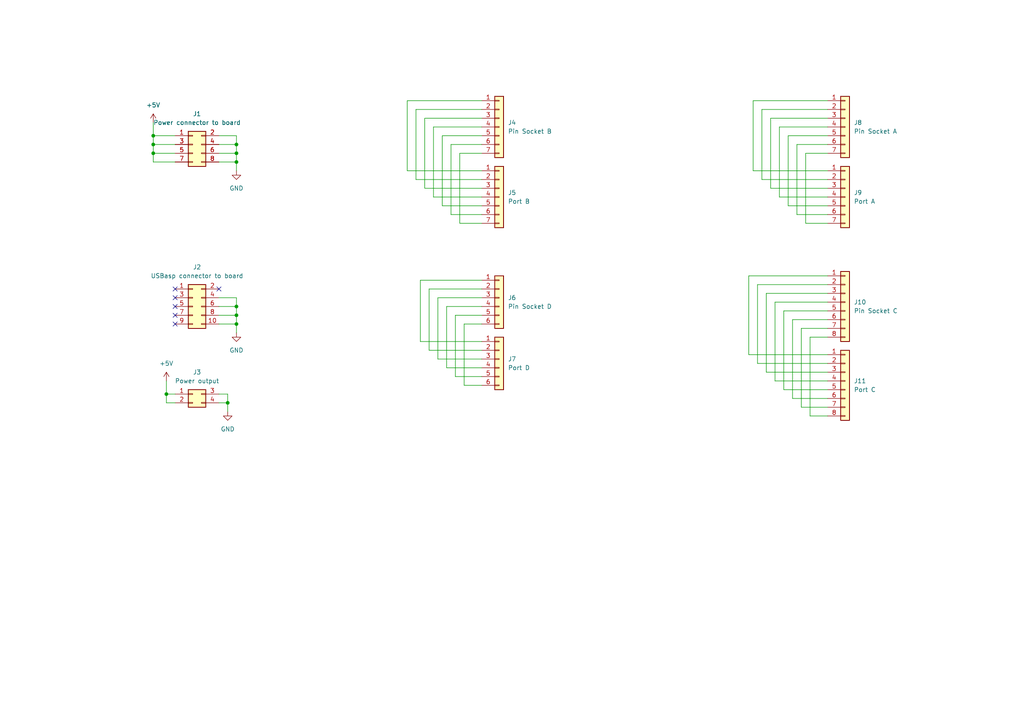
<source format=kicad_sch>
(kicad_sch (version 20230121) (generator eeschema)
  (paper "A4")
  (title_block (title "Empty Boomerang Shield Template") (date "2024-05-05") (rev "v0.1"))
  (lib_symbols
    (symbol "Connector_Generic:Conn_01x06" (pin_names (offset 1.016) hide)
      (property "Reference" "J" (at 0 7.62 0))
      (property "Value" "Conn_01x06" (at 0 -10.16 0))
      (symbol "Conn_01x06_1_1"
        (rectangle (start -1.27 -7.493) (end 0 -7.747) (stroke (width 0.1524)))
        (rectangle (start -1.27 -4.953) (end 0 -5.207) (stroke (width 0.1524)))
        (rectangle (start -1.27 -2.413) (end 0 -2.667) (stroke (width 0.1524)))
        (rectangle (start -1.27 0.127) (end 0 -0.127) (stroke (width 0.1524)))
        (rectangle (start -1.27 2.667) (end 0 2.413) (stroke (width 0.1524)))
        (rectangle (start -1.27 5.207) (end 0 4.953) (stroke (width 0.1524)))
        (rectangle (start -1.27 6.35) (end 1.27 -8.89) (stroke (width 0.254)) (fill (type background)))
        (pin passive line (at -5.08 5.08 0) (length 3.81) (name "Pin_1") (number "1"))
        (pin passive line (at -5.08 2.54 0) (length 3.81) (name "Pin_2") (number "2"))
        (pin passive line (at -5.08 0 0) (length 3.81) (name "Pin_3") (number "3"))
        (pin passive line (at -5.08 -2.54 0) (length 3.81) (name "Pin_4") (number "4"))
        (pin passive line (at -5.08 -5.08 0) (length 3.81) (name "Pin_5") (number "5"))
        (pin passive line (at -5.08 -7.62 0) (length 3.81) (name "Pin_6") (number "6"))
      )
    )
    (symbol "Connector_Generic:Conn_01x07" (pin_names (offset 1.016) hide)
      (property "Reference" "J" (at 0 10.16 0))
      (property "Value" "Conn_01x07" (at 0 -10.16 0))
      (symbol "Conn_01x07_1_1"
        (rectangle (start -1.27 -7.493) (end 0 -7.747) (stroke (width 0.1524)))
        (rectangle (start -1.27 -4.953) (end 0 -5.207) (stroke (width 0.1524)))
        (rectangle (start -1.27 -2.413) (end 0 -2.667) (stroke (width 0.1524)))
        (rectangle (start -1.27 0.127) (end 0 -0.127) (stroke (width 0.1524)))
        (rectangle (start -1.27 2.667) (end 0 2.413) (stroke (width 0.1524)))
        (rectangle (start -1.27 5.207) (end 0 4.953) (stroke (width 0.1524)))
        (rectangle (start -1.27 7.747) (end 0 7.493) (stroke (width 0.1524)))
        (rectangle (start -1.27 8.89) (end 1.27 -8.89) (stroke (width 0.254)) (fill (type background)))
        (pin passive line (at -5.08 7.62 0) (length 3.81) (name "Pin_1") (number "1"))
        (pin passive line (at -5.08 5.08 0) (length 3.81) (name "Pin_2") (number "2"))
        (pin passive line (at -5.08 2.54 0) (length 3.81) (name "Pin_3") (number "3"))
        (pin passive line (at -5.08 0 0) (length 3.81) (name "Pin_4") (number "4"))
        (pin passive line (at -5.08 -2.54 0) (length 3.81) (name "Pin_5") (number "5"))
        (pin passive line (at -5.08 -5.08 0) (length 3.81) (name "Pin_6") (number "6"))
        (pin passive line (at -5.08 -7.62 0) (length 3.81) (name "Pin_7") (number "7"))
      )
    )
    (symbol "Connector_Generic:Conn_01x08" (pin_names (offset 1.016) hide)
      (property "Reference" "J" (at 0 10.16 0))
      (property "Value" "Conn_01x08" (at 0 -12.7 0))
      (symbol "Conn_01x08_1_1"
        (rectangle (start -1.27 -10.033) (end 0 -10.287) (stroke (width 0.1524)))
        (rectangle (start -1.27 -7.493) (end 0 -7.747) (stroke (width 0.1524)))
        (rectangle (start -1.27 -4.953) (end 0 -5.207) (stroke (width 0.1524)))
        (rectangle (start -1.27 -2.413) (end 0 -2.667) (stroke (width 0.1524)))
        (rectangle (start -1.27 0.127) (end 0 -0.127) (stroke (width 0.1524)))
        (rectangle (start -1.27 2.667) (end 0 2.413) (stroke (width 0.1524)))
        (rectangle (start -1.27 5.207) (end 0 4.953) (stroke (width 0.1524)))
        (rectangle (start -1.27 7.747) (end 0 7.493) (stroke (width 0.1524)))
        (rectangle (start -1.27 8.89) (end 1.27 -11.43) (stroke (width 0.254)) (fill (type background)))
        (pin passive line (at -5.08 7.62 0) (length 3.81) (name "Pin_1") (number "1"))
        (pin passive line (at -5.08 5.08 0) (length 3.81) (name "Pin_2") (number "2"))
        (pin passive line (at -5.08 2.54 0) (length 3.81) (name "Pin_3") (number "3"))
        (pin passive line (at -5.08 0 0) (length 3.81) (name "Pin_4") (number "4"))
        (pin passive line (at -5.08 -2.54 0) (length 3.81) (name "Pin_5") (number "5"))
        (pin passive line (at -5.08 -5.08 0) (length 3.81) (name "Pin_6") (number "6"))
        (pin passive line (at -5.08 -7.62 0) (length 3.81) (name "Pin_7") (number "7"))
        (pin passive line (at -5.08 -10.16 0) (length 3.81) (name "Pin_8") (number "8"))
      )
    )
    (symbol "Connector_Generic:Conn_02x02_Top_Bottom" (pin_names (offset 1.016) hide)
      (property "Reference" "J" (at 1.27 2.54 0))
      (property "Value" "Conn_02x02_Top_Bottom" (at 1.27 -5.08 0))
      (symbol "Conn_02x02_Top_Bottom_1_1"
        (rectangle (start -1.27 -2.413) (end 0 -2.667) (stroke (width 0.1524)))
        (rectangle (start -1.27 0.127) (end 0 -0.127) (stroke (width 0.1524)))
        (rectangle (start -1.27 1.27) (end 3.81 -3.81) (stroke (width 0.254)) (fill (type background)))
        (rectangle (start 3.81 -2.413) (end 2.54 -2.667) (stroke (width 0.1524)))
        (rectangle (start 3.81 0.127) (end 2.54 -0.127) (stroke (width 0.1524)))
        (pin passive line (at -5.08 0 0) (length 3.81) (name "Pin_1") (number "1"))
        (pin passive line (at -5.08 -2.54 0) (length 3.81) (name "Pin_2") (number "2"))
        (pin passive line (at 7.62 0 180) (length 3.81) (name "Pin_3") (number "3"))
        (pin passive line (at 7.62 -2.54 180) (length 3.81) (name "Pin_4") (number "4"))
      )
    )
    (symbol "Connector_Generic:Conn_02x04_Odd_Even" (pin_names (offset 1.016) hide)
      (property "Reference" "J" (at 1.27 5.08 0))
      (property "Value" "Conn_02x04_Odd_Even" (at 1.27 -7.62 0))
      (symbol "Conn_02x04_Odd_Even_1_1"
        (rectangle (start -1.27 -4.953) (end 0 -5.207) (stroke (width 0.1524)))
        (rectangle (start -1.27 -2.413) (end 0 -2.667) (stroke (width 0.1524)))
        (rectangle (start -1.27 0.127) (end 0 -0.127) (stroke (width 0.1524)))
        (rectangle (start -1.27 2.667) (end 0 2.413) (stroke (width 0.1524)))
        (rectangle (start -1.27 3.81) (end 3.81 -6.35) (stroke (width 0.254)) (fill (type background)))
        (rectangle (start 3.81 -4.953) (end 2.54 -5.207) (stroke (width 0.1524)))
        (rectangle (start 3.81 -2.413) (end 2.54 -2.667) (stroke (width 0.1524)))
        (rectangle (start 3.81 0.127) (end 2.54 -0.127) (stroke (width 0.1524)))
        (rectangle (start 3.81 2.667) (end 2.54 2.413) (stroke (width 0.1524)))
        (pin passive line (at -5.08 2.54 0) (length 3.81) (name "Pin_1") (number "1"))
        (pin passive line (at 7.62 2.54 180) (length 3.81) (name "Pin_2") (number "2"))
        (pin passive line (at -5.08 0 0) (length 3.81) (name "Pin_3") (number "3"))
        (pin passive line (at 7.62 0 180) (length 3.81) (name "Pin_4") (number "4"))
        (pin passive line (at -5.08 -2.54 0) (length 3.81) (name "Pin_5") (number "5"))
        (pin passive line (at 7.62 -2.54 180) (length 3.81) (name "Pin_6") (number "6"))
        (pin passive line (at -5.08 -5.08 0) (length 3.81) (name "Pin_7") (number "7"))
        (pin passive line (at 7.62 -5.08 180) (length 3.81) (name "Pin_8") (number "8"))
      )
    )
    (symbol "Connector_Generic:Conn_02x05_Odd_Even" (pin_names (offset 1.016) hide)
      (property "Reference" "J" (at 1.27 7.62 0))
      (property "Value" "Conn_02x05_Odd_Even" (at 1.27 -7.62 0))
      (symbol "Conn_02x05_Odd_Even_1_1"
        (rectangle (start -1.27 -4.953) (end 0 -5.207) (stroke (width 0.1524)))
        (rectangle (start -1.27 -2.413) (end 0 -2.667) (stroke (width 0.1524)))
        (rectangle (start -1.27 0.127) (end 0 -0.127) (stroke (width 0.1524)))
        (rectangle (start -1.27 2.667) (end 0 2.413) (stroke (width 0.1524)))
        (rectangle (start -1.27 5.207) (end 0 4.953) (stroke (width 0.1524)))
        (rectangle (start -1.27 6.35) (end 3.81 -6.35) (stroke (width 0.254)) (fill (type background)))
        (rectangle (start 3.81 -4.953) (end 2.54 -5.207) (stroke (width 0.1524)))
        (rectangle (start 3.81 -2.413) (end 2.54 -2.667) (stroke (width 0.1524)))
        (rectangle (start 3.81 0.127) (end 2.54 -0.127) (stroke (width 0.1524)))
        (rectangle (start 3.81 2.667) (end 2.54 2.413) (stroke (width 0.1524)))
        (rectangle (start 3.81 5.207) (end 2.54 4.953) (stroke (width 0.1524)))
        (pin passive line (at -5.08 5.08 0) (length 3.81) (name "Pin_1") (number "1"))
        (pin passive line (at 7.62 -5.08 180) (length 3.81) (name "Pin_10") (number "10"))
        (pin passive line (at 7.62 5.08 180) (length 3.81) (name "Pin_2") (number "2"))
        (pin passive line (at -5.08 2.54 0) (length 3.81) (name "Pin_3") (number "3"))
        (pin passive line (at 7.62 2.54 180) (length 3.81) (name "Pin_4") (number "4"))
        (pin passive line (at -5.08 0 0) (length 3.81) (name "Pin_5") (number "5"))
        (pin passive line (at 7.62 0 180) (length 3.81) (name "Pin_6") (number "6"))
        (pin passive line (at -5.08 -2.54 0) (length 3.81) (name "Pin_7") (number "7"))
        (pin passive line (at 7.62 -2.54 180) (length 3.81) (name "Pin_8") (number "8"))
        (pin passive line (at -5.08 -5.08 0) (length 3.81) (name "Pin_9") (number "9"))
      )
    )
    (symbol "power:+5V" (power) (pin_names (offset 0))
      (property "Value" "+5V" (at 0 3.556 0))
      (symbol "+5V_0_1"
        (polyline (pts (xy -0.762 1.27) (xy 0 2.54)))
        (polyline (pts (xy 0 0) (xy 0 2.54)))
        (polyline (pts (xy 0 2.54) (xy 0.762 1.27)))
      )
      (symbol "+5V_1_1"
        (pin power_in line (at 0 0 90) (length 0) hide (name "+5V") (number "1"))
      )
    )
    (symbol "power:GND" (power) (pin_names (offset 0))
      (property "Value" "GND" (at 0 -3.81 0))
      (symbol "GND_0_1"
        (polyline (pts (xy 0 0) (xy 0 -1.27) (xy 1.27 -1.27) (xy 0 -2.54) (xy -1.27 -1.27) (xy 0 -1.27)))
      )
      (symbol "GND_1_1"
        (pin power_in line (at 0 0 270) (length 0) hide (name "GND") (number "1"))
      )
    )
  )
  (junction (at 68.58 44.45))
  (junction (at 68.58 93.98))
  (junction (at 44.45 41.91))
  (junction (at 48.26 114.3))
  (junction (at 68.58 46.99))
  (junction (at 68.58 88.9))
  (junction (at 44.45 39.37))
  (junction (at 66.04 116.84))
  (junction (at 68.58 41.91))
  (junction (at 68.58 91.44))
  (junction (at 44.45 44.45))
  (no_connect (at 50.8 93.98))
  (no_connect (at 50.8 83.82))
  (no_connect (at 50.8 88.9))
  (no_connect (at 63.5 83.82))
  (no_connect (at 50.8 91.44))
  (no_connect (at 50.8 86.36))
  (wire (pts (xy 139.7 109.22) (xy 132.08 109.22)))
  (wire (pts (xy 226.06 36.83) (xy 240.03 36.83)))
  (wire (pts (xy 121.92 81.28) (xy 139.7 81.28)))
  (wire (pts (xy 63.5 91.44) (xy 68.58 91.44)))
  (wire (pts (xy 220.98 52.07) (xy 240.03 52.07)))
  (wire (pts (xy 63.5 86.36) (xy 68.58 86.36)))
  (wire (pts (xy 125.73 57.15) (xy 125.73 36.83)))
  (wire (pts (xy 240.03 113.03) (xy 227.33 113.03)))
  (wire (pts (xy 218.44 49.53) (xy 218.44 29.21)))
  (wire (pts (xy 234.95 97.79) (xy 240.03 97.79)))
  (wire (pts (xy 130.81 62.23) (xy 139.7 62.23)))
  (wire (pts (xy 232.41 118.11) (xy 232.41 95.25)))
  (wire (pts (xy 133.35 64.77) (xy 133.35 44.45)))
  (wire (pts (xy 223.52 34.29) (xy 240.03 34.29)))
  (wire (pts (xy 50.8 116.84) (xy 48.26 116.84)))
  (wire (pts (xy 134.62 111.76) (xy 134.62 93.98)))
  (wire (pts (xy 233.68 44.45) (xy 240.03 44.45)))
  (wire (pts (xy 125.73 57.15) (xy 139.7 57.15)))
  (wire (pts (xy 124.46 83.82) (xy 139.7 83.82)))
  (wire (pts (xy 63.5 88.9) (xy 68.58 88.9)))
  (wire (pts (xy 130.81 41.91) (xy 139.7 41.91)))
  (wire (pts (xy 63.5 116.84) (xy 66.04 116.84)))
  (wire (pts (xy 121.92 99.06) (xy 121.92 81.28)))
  (wire (pts (xy 240.03 115.57) (xy 229.87 115.57)))
  (wire (pts (xy 224.79 87.63) (xy 240.03 87.63)))
  (wire (pts (xy 44.45 39.37) (xy 44.45 41.91)))
  (wire (pts (xy 68.58 41.91) (xy 68.58 44.45)))
  (wire (pts (xy 63.5 93.98) (xy 68.58 93.98)))
  (wire (pts (xy 139.7 111.76) (xy 134.62 111.76)))
  (wire (pts (xy 120.65 31.75) (xy 139.7 31.75)))
  (wire (pts (xy 48.26 114.3) (xy 48.26 110.49)))
  (wire (pts (xy 123.19 54.61) (xy 123.19 34.29)))
  (wire (pts (xy 220.98 31.75) (xy 240.03 31.75)))
  (wire (pts (xy 44.45 41.91) (xy 50.8 41.91)))
  (wire (pts (xy 240.03 110.49) (xy 224.79 110.49)))
  (wire (pts (xy 128.27 39.37) (xy 139.7 39.37)))
  (wire (pts (xy 227.33 90.17) (xy 240.03 90.17)))
  (wire (pts (xy 231.14 62.23) (xy 240.03 62.23)))
  (wire (pts (xy 120.65 52.07) (xy 139.7 52.07)))
  (wire (pts (xy 125.73 36.83) (xy 139.7 36.83)))
  (wire (pts (xy 229.87 92.71) (xy 240.03 92.71)))
  (wire (pts (xy 226.06 57.15) (xy 240.03 57.15)))
  (wire (pts (xy 226.06 57.15) (xy 226.06 36.83)))
  (wire (pts (xy 44.45 35.56) (xy 44.45 39.37)))
  (wire (pts (xy 44.45 46.99) (xy 50.8 46.99)))
  (wire (pts (xy 218.44 29.21) (xy 240.03 29.21)))
  (wire (pts (xy 139.7 104.14) (xy 127 104.14)))
  (wire (pts (xy 44.45 44.45) (xy 50.8 44.45)))
  (wire (pts (xy 44.45 41.91) (xy 44.45 44.45)))
  (wire (pts (xy 240.03 107.95) (xy 222.25 107.95)))
  (wire (pts (xy 134.62 93.98) (xy 139.7 93.98)))
  (wire (pts (xy 223.52 54.61) (xy 223.52 34.29)))
  (wire (pts (xy 219.71 82.55) (xy 240.03 82.55)))
  (wire (pts (xy 120.65 52.07) (xy 120.65 31.75)))
  (wire (pts (xy 240.03 105.41) (xy 219.71 105.41)))
  (wire (pts (xy 118.11 49.53) (xy 118.11 29.21)))
  (wire (pts (xy 139.7 106.68) (xy 129.54 106.68)))
  (wire (pts (xy 44.45 44.45) (xy 44.45 46.99)))
  (wire (pts (xy 234.95 120.65) (xy 234.95 97.79)))
  (wire (pts (xy 68.58 93.98) (xy 68.58 96.52)))
  (wire (pts (xy 233.68 64.77) (xy 240.03 64.77)))
  (wire (pts (xy 132.08 91.44) (xy 139.7 91.44)))
  (wire (pts (xy 63.5 39.37) (xy 68.58 39.37)))
  (wire (pts (xy 66.04 114.3) (xy 66.04 116.84)))
  (wire (pts (xy 240.03 118.11) (xy 232.41 118.11)))
  (wire (pts (xy 240.03 120.65) (xy 234.95 120.65)))
  (wire (pts (xy 218.44 49.53) (xy 240.03 49.53)))
  (wire (pts (xy 231.14 41.91) (xy 240.03 41.91)))
  (wire (pts (xy 130.81 62.23) (xy 130.81 41.91)))
  (wire (pts (xy 66.04 116.84) (xy 66.04 119.38)))
  (wire (pts (xy 217.17 80.01) (xy 240.03 80.01)))
  (wire (pts (xy 124.46 101.6) (xy 124.46 83.82)))
  (wire (pts (xy 217.17 102.87) (xy 217.17 80.01)))
  (wire (pts (xy 44.45 39.37) (xy 50.8 39.37)))
  (wire (pts (xy 227.33 113.03) (xy 227.33 90.17)))
  (wire (pts (xy 123.19 34.29) (xy 139.7 34.29)))
  (wire (pts (xy 224.79 110.49) (xy 224.79 87.63)))
  (wire (pts (xy 118.11 49.53) (xy 139.7 49.53)))
  (wire (pts (xy 68.58 91.44) (xy 68.58 93.98)))
  (wire (pts (xy 223.52 54.61) (xy 240.03 54.61)))
  (wire (pts (xy 133.35 64.77) (xy 139.7 64.77)))
  (wire (pts (xy 68.58 46.99) (xy 68.58 49.53)))
  (wire (pts (xy 63.5 46.99) (xy 68.58 46.99)))
  (wire (pts (xy 232.41 95.25) (xy 240.03 95.25)))
  (wire (pts (xy 128.27 59.69) (xy 128.27 39.37)))
  (wire (pts (xy 233.68 64.77) (xy 233.68 44.45)))
  (wire (pts (xy 222.25 107.95) (xy 222.25 85.09)))
  (wire (pts (xy 139.7 101.6) (xy 124.46 101.6)))
  (wire (pts (xy 68.58 44.45) (xy 68.58 46.99)))
  (wire (pts (xy 128.27 59.69) (xy 139.7 59.69)))
  (wire (pts (xy 50.8 114.3) (xy 48.26 114.3)))
  (wire (pts (xy 68.58 86.36) (xy 68.58 88.9)))
  (wire (pts (xy 133.35 44.45) (xy 139.7 44.45)))
  (wire (pts (xy 129.54 88.9) (xy 139.7 88.9)))
  (wire (pts (xy 63.5 44.45) (xy 68.58 44.45)))
  (wire (pts (xy 231.14 62.23) (xy 231.14 41.91)))
  (wire (pts (xy 228.6 39.37) (xy 240.03 39.37)))
  (wire (pts (xy 240.03 102.87) (xy 217.17 102.87)))
  (wire (pts (xy 229.87 115.57) (xy 229.87 92.71)))
  (wire (pts (xy 132.08 109.22) (xy 132.08 91.44)))
  (wire (pts (xy 228.6 59.69) (xy 240.03 59.69)))
  (wire (pts (xy 228.6 59.69) (xy 228.6 39.37)))
  (wire (pts (xy 127 86.36) (xy 139.7 86.36)))
  (wire (pts (xy 222.25 85.09) (xy 240.03 85.09)))
  (wire (pts (xy 139.7 99.06) (xy 121.92 99.06)))
  (wire (pts (xy 48.26 116.84) (xy 48.26 114.3)))
  (wire (pts (xy 220.98 52.07) (xy 220.98 31.75)))
  (wire (pts (xy 129.54 106.68) (xy 129.54 88.9)))
  (wire (pts (xy 63.5 114.3) (xy 66.04 114.3)))
  (wire (pts (xy 123.19 54.61) (xy 139.7 54.61)))
  (wire (pts (xy 219.71 105.41) (xy 219.71 82.55)))
  (wire (pts (xy 118.11 29.21) (xy 139.7 29.21)))
  (wire (pts (xy 68.58 88.9) (xy 68.58 91.44)))
  (wire (pts (xy 127 104.14) (xy 127 86.36)))
  (wire (pts (xy 63.5 41.91) (xy 68.58 41.91)))
  (wire (pts (xy 68.58 39.37) (xy 68.58 41.91)))
  (symbol (lib_id "Connector_Generic:Conn_01x07") (at 144.78 57.15 0) (unit 1)
    (property "Reference" "J5" (at 147.32 55.88 0) (effects (justify left)))
    (property "Value" "Port B" (at 147.32 58.42 0) (effects (justify left)))
    (property "Footprint" "Connector_PinHeader_2.54mm:PinHeader_1x07_P2.54mm_Vertical" (effects hide))
  )
  (symbol (lib_id "power:GND") (at 68.58 96.52 0) (unit 1)
    (property "Reference" "#PWR05" (effects hide))
    (property "Value" "GND" (at 68.58 101.6 0))
  )
  (symbol (lib_id "power:GND") (at 68.58 49.53 0) (unit 1)
    (property "Reference" "#PWR04" (effects hide))
    (property "Value" "GND" (at 68.58 54.61 0))
  )
  (symbol (lib_id "power:+5V") (at 48.26 110.49 0) (unit 1)
    (property "Reference" "#PWR02" (effects hide))
    (property "Value" "+5V" (at 48.26 105.41 0))
  )
  (symbol (lib_id "power:+5V") (at 44.45 35.56 0) (unit 1)
    (property "Reference" "#PWR01" (effects hide))
    (property "Value" "+5V" (at 44.45 30.48 0))
  )
  (symbol (lib_id "Connector_Generic:Conn_02x02_Top_Bottom") (at 55.88 114.3 0) (unit 1)
    (property "Reference" "J3" (at 57.15 107.95 0))
    (property "Value" "Power output" (at 57.15 110.49 0))
    (property "Footprint" "Connector_PinSocket_2.54mm:PinSocket_2x02_P2.54mm_Vertical" (effects hide))
  )
  (symbol (lib_id "Connector_Generic:Conn_02x04_Odd_Even") (at 55.88 41.91 0) (unit 1)
    (property "Reference" "J1" (at 57.15 33.02 0))
    (property "Value" "Power connector to board" (at 57.15 35.56 0))
    (property "Footprint" "Connector_PinHeader_2.54mm:PinHeader_2x04_P2.54mm_Vertical" (effects hide))
  )
  (symbol (lib_id "Connector_Generic:Conn_01x07") (at 245.11 57.15 0) (unit 1)
    (property "Reference" "J9" (at 247.65 55.88 0) (effects (justify left)))
    (property "Value" "Port A" (at 247.65 58.42 0) (effects (justify left)))
    (property "Footprint" "Connector_PinHeader_2.54mm:PinHeader_1x07_P2.54mm_Vertical" (effects hide))
  )
  (symbol (lib_id "Connector_Generic:Conn_01x06") (at 144.78 104.14 0) (unit 1)
    (property "Reference" "J7" (at 147.32 104.14 0) (effects (justify left)))
    (property "Value" "Port D" (at 147.32 106.68 0) (effects (justify left)))
    (property "Footprint" "Connector_PinHeader_2.54mm:PinHeader_1x06_P2.54mm_Vertical" (effects hide))
  )
  (symbol (lib_id "Connector_Generic:Conn_01x07") (at 245.11 36.83 0) (unit 1)
    (property "Reference" "J8" (at 247.65 35.56 0) (effects (justify left)))
    (property "Value" "Pin Socket A" (at 247.65 38.1 0) (effects (justify left)))
    (property "Footprint" "Connector_PinSocket_2.54mm:PinSocket_1x07_P2.54mm_Vertical" (effects hide))
  )
  (symbol (lib_id "power:GND") (at 66.04 119.38 0) (unit 1)
    (property "Reference" "#PWR03" (effects hide))
    (property "Value" "GND" (at 66.04 124.46 0))
  )
  (symbol (lib_id "Connector_Generic:Conn_01x06") (at 144.78 86.36 0) (unit 1)
    (property "Reference" "J6" (at 147.32 86.36 0) (effects (justify left)))
    (property "Value" "Pin Socket D" (at 147.32 88.9 0) (effects (justify left)))
    (property "Footprint" "Connector_PinSocket_2.54mm:PinSocket_1x06_P2.54mm_Vertical" (effects hide))
  )
  (symbol (lib_id "Connector_Generic:Conn_02x05_Odd_Even") (at 55.88 88.9 0) (unit 1)
    (property "Reference" "J2" (at 57.15 77.47 0))
    (property "Value" "USBasp connector to board" (at 57.15 80.01 0))
    (property "Footprint" "Connector_PinHeader_2.54mm:PinHeader_2x05_P2.54mm_Vertical" (effects hide))
  )
  (symbol (lib_id "Connector_Generic:Conn_01x08") (at 245.11 110.49 0) (unit 1)
    (property "Reference" "J11" (at 247.65 110.49 0) (effects (justify left)))
    (property "Value" "Port C" (at 247.65 113.03 0) (effects (justify left)))
    (property "Footprint" "Connector_PinHeader_2.54mm:PinHeader_1x08_P2.54mm_Vertical" (effects hide))
  )
  (symbol (lib_id "Connector_Generic:Conn_01x08") (at 245.11 87.63 0) (unit 1)
    (property "Reference" "J10" (at 247.65 87.63 0) (effects (justify left)))
    (property "Value" "Pin Socket C" (at 247.65 90.17 0) (effects (justify left)))
    (property "Footprint" "Connector_PinSocket_2.54mm:PinSocket_1x08_P2.54mm_Vertical" (effects hide))
  )
  (symbol (lib_id "Connector_Generic:Conn_01x07") (at 144.78 36.83 0) (unit 1)
    (property "Reference" "J4" (at 147.32 35.56 0) (effects (justify left)))
    (property "Value" "Pin Socket B" (at 147.32 38.1 0) (effects (justify left)))
    (property "Footprint" "Connector_PinSocket_2.54mm:PinSocket_1x07_P2.54mm_Vertical" (effects hide))
  )
)
</source>
